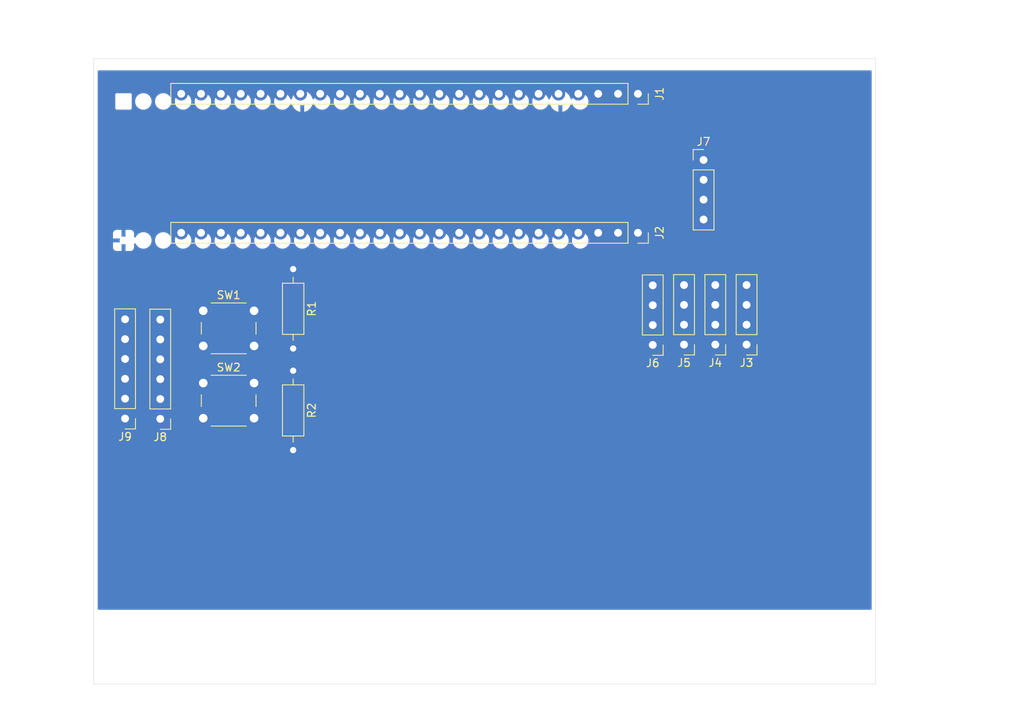
<source format=kicad_pcb>
(kicad_pcb (version 20241229) (generator "pcbnew") (generator_version "9.0")
  (layers (0 "F.Cu" signal) (2 "B.Cu" signal) (13 "F.Paste" user) (15 "B.Paste" user) (5 "F.SilkS" user "F.Silkscreen") (7 "B.SilkS" user "B.Silkscreen") (1 "F.Mask" user) (3 "B.Mask" user) (25 "Edge.Cuts" user))
  (net 0 "")
  (net 1 "/1")
  (net 2 "/8")
  (net 3 "/2")
  (net 4 "/9")
  (net 5 "/5")
  (net 6 "/25")
  (net 7 "GND")
  (net 8 "/4")
  (net 9 "/26")
  (net 10 "+3.3V")
  (net 11 "/11")
  (net 12 "/7")
  (net 13 "/6")
  (net 14 "/0")
  (net 15 "/12")
  (net 16 "/10")
  (net 17 "/13")
  (net 18 "/40")
  (net 19 "+5V")
  (net 20 "/27")
  (net 21 "/28")
  (net 22 "/39")
  (net 23 "/41")
  (net 24 "/S3")
  (net 25 "/S1")
  (net 26 "/S2")
  (net 27 "/S0")
  (net 28 "/Mout")
  (net 29 "/Rout")
  (net 30 "/Aout")
  (net 31 "/Lout")
  (net 32 "/3")
  (net 33 "/CAL_BUTTON")
  (net 34 "/PRES")
  (net 35 "/START_BUTTON")
  (net 36 "/IN2")
  (net 37 "/ENA")
  (net 38 "/Trig")
  (net 39 "/IN4")
  (net 40 "/DATA_2")
  (net 41 "/IN1")
  (net 42 "/Echo")
  (net 43 "/IN3")
  (net 44 "/ENB")
  (net 45 "/DATA_1")
  (footprint "Connector_PinSocket_2.54mm:PinSocket_1x24_P2.54mm_Vertical" (layer "F.Cu") (at 119.6 71.279998 -90)
    (property "Reference" "J2" (at 0 -2.77 90) (layer "F.SilkS"))
    (property "Value" "Teensy-Right")
    (fp_line (start -1.33 59.75) (end 1.33 59.75) (stroke (width 0.12)) (layer "F.SilkS"))
    (fp_line (start -1.33 1.27) (end -1.33 59.75) (stroke (width 0.12)) (layer "F.SilkS"))
    (fp_line (start -1.33 1.27) (end 1.33 1.27) (stroke (width 0.12)) (layer "F.SilkS"))
    (fp_line (start 1.33 1.27) (end 1.33 59.75) (stroke (width 0.12)) (layer "F.SilkS"))
    (fp_line (start 0 -1.33) (end 1.33 -1.33) (stroke (width 0.12)) (layer "F.SilkS"))
    (fp_line (start 1.33 -1.33) (end 1.33 0) (stroke (width 0.12)) (layer "F.SilkS"))
    (pad "1" thru_hole rect (at 0 0 270) (size 1.7 1.7) (drill 1) (layers "*.Cu" "*.Mask") (net 27 "/S0"))
    (pad "2" thru_hole oval (at 0 2.54 270) (size 1.7 1.7) (drill 1) (layers "*.Cu" "*.Mask") (net 25 "/S1"))
    (pad "3" thru_hole oval (at 0 5.08 270) (size 1.7 1.7) (drill 1) (layers "*.Cu" "*.Mask") (net 26 "/S2"))
    (pad "4" thru_hole oval (at 0 7.62 270) (size 1.7 1.7) (drill 1) (layers "*.Cu" "*.Mask") (net 24 "/S3"))
    (pad "5" thru_hole oval (at 0 10.16 270) (size 1.7 1.7) (drill 1) (layers "*.Cu" "*.Mask") (net 38 "/Trig"))
    (pad "6" thru_hole oval (at 0 12.7 270) (size 1.7 1.7) (drill 1) (layers "*.Cu" "*.Mask") (net 42 "/Echo"))
    (pad "7" thru_hole oval (at 0 15.24 270) (size 1.7 1.7) (drill 1) (layers "*.Cu" "*.Mask") (net 22 "/39"))
    (pad "8" thru_hole oval (at 0 17.78 270) (size 1.7 1.7) (drill 1) (layers "*.Cu" "*.Mask") (net 18 "/40"))
    (pad "9" thru_hole oval (at 0 20.32 270) (size 1.7 1.7) (drill 1) (layers "*.Cu" "*.Mask") (net 23 "/41"))
    (pad "10" thru_hole oval (at 0 22.86 270) (size 1.7 1.7) (drill 1) (layers "*.Cu" "*.Mask") (net 7 "GND"))
    (pad "11" thru_hole oval (at 0 25.4 270) (size 1.7 1.7) (drill 1) (layers "*.Cu" "*.Mask") (net 17 "/13"))
    (pad "12" thru_hole oval (at 0 27.94 270) (size 1.7 1.7) (drill 1) (layers "*.Cu" "*.Mask") (net 45 "/DATA_1"))
    (pad "13" thru_hole oval (at 0 30.48 270) (size 1.7 1.7) (drill 1) (layers "*.Cu" "*.Mask") (net 40 "/DATA_2"))
    (pad "14" thru_hole oval (at 0 33.02 270) (size 1.7 1.7) (drill 1) (layers "*.Cu" "*.Mask") (net 37 "/ENA"))
    (pad "15" thru_hole oval (at 0 35.56 270) (size 1.7 1.7) (drill 1) (layers "*.Cu" "*.Mask") (net 44 "/ENB"))
    (pad "16" thru_hole oval (at 0 38.1 270) (size 1.7 1.7) (drill 1) (layers "*.Cu" "*.Mask") (net 41 "/IN1"))
    (pad "17" thru_hole oval (at 0 40.64 270) (size 1.7 1.7) (drill 1) (layers "*.Cu" "*.Mask") (net 36 "/IN2"))
    (pad "18" thru_hole oval (at 0 43.18 270) (size 1.7 1.7) (drill 1) (layers "*.Cu" "*.Mask") (net 43 "/IN3"))
    (pad "19" thru_hole oval (at 0 45.72 270) (size 1.7 1.7) (drill 1) (layers "*.Cu" "*.Mask") (net 39 "/IN4"))
    (pad "20" thru_hole oval (at 0 48.26 270) (size 1.7 1.7) (drill 1) (layers "*.Cu" "*.Mask") (net 35 "/START_BUTTON"))
    (pad "21" thru_hole oval (at 0 50.8 270) (size 1.7 1.7) (drill 1) (layers "*.Cu" "*.Mask") (net 33 "/CAL_BUTTON"))
    (pad "22" thru_hole oval (at 0 53.34 270) (size 1.7 1.7) (drill 1) (layers "*.Cu" "*.Mask") (net 10 "+3.3V"))
    (pad "23" thru_hole oval (at 0 55.88 270) (size 1.7 1.7) (drill 1) (layers "*.Cu" "*.Mask") (net 7 "GND"))
    (pad "24" thru_hole oval (at 0 58.42 270) (size 1.7 1.7) (drill 1) (layers "*.Cu" "*.Mask") (net 19 "+5V"))
  )
  (footprint "Connector_PinHeader_2.54mm:PinHeader_1x04_P2.54mm_Vertical" (layer "F.Cu") (at 129.5 85.58 180)
    (property "Reference" "J4" (at 0 -2.33 0) (layer "F.SilkS"))
    (property "Value" "S3:0 (M)")
    (fp_line (start 1.33 1.27) (end 1.33 8.95) (stroke (width 0.12)) (layer "F.SilkS"))
    (fp_line (start -1.33 8.95) (end 1.33 8.95) (stroke (width 0.12)) (layer "F.SilkS"))
    (fp_line (start -1.33 1.27) (end 1.33 1.27) (stroke (width 0.12)) (layer "F.SilkS"))
    (fp_line (start -1.33 1.27) (end -1.33 8.95) (stroke (width 0.12)) (layer "F.SilkS"))
    (fp_line (start -1.33 0) (end -1.33 -1.33) (stroke (width 0.12)) (layer "F.SilkS"))
    (fp_line (start -1.33 -1.33) (end 0 -1.33) (stroke (width 0.12)) (layer "F.SilkS"))
    (pad "1" thru_hole rect (at 0 0 180) (size 1.7 1.7) (drill 1) (layers "*.Cu" "*.Mask") (net 24 "/S3"))
    (pad "2" thru_hole oval (at 0 2.54 180) (size 1.7 1.7) (drill 1) (layers "*.Cu" "*.Mask") (net 26 "/S2"))
    (pad "3" thru_hole oval (at 0 5.08 180) (size 1.7 1.7) (drill 1) (layers "*.Cu" "*.Mask") (net 25 "/S1"))
    (pad "4" thru_hole oval (at 0 7.62 180) (size 1.7 1.7) (drill 1) (layers "*.Cu" "*.Mask") (net 27 "/S0"))
  )
  (footprint "Connector_PinHeader_2.54mm:PinHeader_1x06_P2.54mm_Vertical" (layer "F.Cu") (at 58.5 95.08 180)
    (property "Reference" "J8" (at 0 -2.33 0) (layer "F.SilkS"))
    (property "Value" "5V")
    (fp_line (start 1.33 1.27) (end 1.33 14.03) (stroke (width 0.12)) (layer "F.SilkS"))
    (fp_line (start -1.33 14.03) (end 1.33 14.03) (stroke (width 0.12)) (layer "F.SilkS"))
    (fp_line (start -1.33 1.27) (end 1.33 1.27) (stroke (width 0.12)) (layer "F.SilkS"))
    (fp_line (start -1.33 1.27) (end -1.33 14.03) (stroke (width 0.12)) (layer "F.SilkS"))
    (fp_line (start -1.33 0) (end -1.33 -1.33) (stroke (width 0.12)) (layer "F.SilkS"))
    (fp_line (start -1.33 -1.33) (end 0 -1.33) (stroke (width 0.12)) (layer "F.SilkS"))
    (pad "1" thru_hole rect (at 0 0 180) (size 1.7 1.7) (drill 1) (layers "*.Cu" "*.Mask") (net 19 "+5V"))
    (pad "2" thru_hole oval (at 0 2.54 180) (size 1.7 1.7) (drill 1) (layers "*.Cu" "*.Mask") (net 19 "+5V"))
    (pad "3" thru_hole oval (at 0 5.08 180) (size 1.7 1.7) (drill 1) (layers "*.Cu" "*.Mask") (net 19 "+5V"))
    (pad "4" thru_hole oval (at 0 7.62 180) (size 1.7 1.7) (drill 1) (layers "*.Cu" "*.Mask") (net 19 "+5V"))
    (pad "5" thru_hole oval (at 0 10.16 180) (size 1.7 1.7) (drill 1) (layers "*.Cu" "*.Mask") (net 19 "+5V"))
    (pad "6" thru_hole oval (at 0 12.7 180) (size 1.7 1.7) (drill 1) (layers "*.Cu" "*.Mask") (net 19 "+5V"))
  )
  (footprint "Connector_PinHeader_2.54mm:PinHeader_1x04_P2.54mm_Vertical" (layer "F.Cu") (at 133.5 85.58 180)
    (property "Reference" "J3" (at 0 -2.33 0) (layer "F.SilkS"))
    (property "Value" "S3:0 (L)")
    (fp_line (start 1.33 1.27) (end 1.33 8.95) (stroke (width 0.12)) (layer "F.SilkS"))
    (fp_line (start -1.33 8.95) (end 1.33 8.95) (stroke (width 0.12)) (layer "F.SilkS"))
    (fp_line (start -1.33 1.27) (end 1.33 1.27) (stroke (width 0.12)) (layer "F.SilkS"))
    (fp_line (start -1.33 1.27) (end -1.33 8.95) (stroke (width 0.12)) (layer "F.SilkS"))
    (fp_line (start -1.33 0) (end -1.33 -1.33) (stroke (width 0.12)) (layer "F.SilkS"))
    (fp_line (start -1.33 -1.33) (end 0 -1.33) (stroke (width 0.12)) (layer "F.SilkS"))
    (pad "1" thru_hole rect (at 0 0 180) (size 1.7 1.7) (drill 1) (layers "*.Cu" "*.Mask") (net 24 "/S3"))
    (pad "2" thru_hole oval (at 0 2.54 180) (size 1.7 1.7) (drill 1) (layers "*.Cu" "*.Mask") (net 26 "/S2"))
    (pad "3" thru_hole oval (at 0 5.08 180) (size 1.7 1.7) (drill 1) (layers "*.Cu" "*.Mask") (net 25 "/S1"))
    (pad "4" thru_hole oval (at 0 7.62 180) (size 1.7 1.7) (drill 1) (layers "*.Cu" "*.Mask") (net 27 "/S0"))
  )
  (footprint "Connector_PinHeader_2.54mm:PinHeader_1x04_P2.54mm_Vertical" (layer "F.Cu") (at 128 61.96)
    (property "Reference" "J7" (at 0 -2.33 0) (layer "F.SilkS"))
    (property "Value" "OUT-ARML")
    (fp_line (start -1.33 -1.33) (end 0 -1.33) (stroke (width 0.12)) (layer "F.SilkS"))
    (fp_line (start -1.33 0) (end -1.33 -1.33) (stroke (width 0.12)) (layer "F.SilkS"))
    (fp_line (start -1.33 1.27) (end -1.33 8.95) (stroke (width 0.12)) (layer "F.SilkS"))
    (fp_line (start -1.33 1.27) (end 1.33 1.27) (stroke (width 0.12)) (layer "F.SilkS"))
    (fp_line (start -1.33 8.95) (end 1.33 8.95) (stroke (width 0.12)) (layer "F.SilkS"))
    (fp_line (start 1.33 1.27) (end 1.33 8.95) (stroke (width 0.12)) (layer "F.SilkS"))
    (pad "1" thru_hole rect (at 0 0) (size 1.7 1.7) (drill 1) (layers "*.Cu" "*.Mask") (net 30 "/Aout"))
    (pad "2" thru_hole oval (at 0 2.54) (size 1.7 1.7) (drill 1) (layers "*.Cu" "*.Mask") (net 29 "/Rout"))
    (pad "3" thru_hole oval (at 0 5.08) (size 1.7 1.7) (drill 1) (layers "*.Cu" "*.Mask") (net 28 "/Mout"))
    (pad "4" thru_hole oval (at 0 7.62) (size 1.7 1.7) (drill 1) (layers "*.Cu" "*.Mask") (net 31 "/Lout"))
  )
  (footprint "Connector_PinSocket_2.54mm:PinSocket_1x24_P2.54mm_Vertical" (layer "F.Cu") (at 119.6 53.499998 -90)
    (property "Reference" "J1" (at 0 -2.77 90) (layer "F.SilkS"))
    (property "Value" "Teensy-Left")
    (fp_line (start -1.33 59.75) (end 1.33 59.75) (stroke (width 0.12)) (layer "F.SilkS"))
    (fp_line (start -1.33 1.27) (end -1.33 59.75) (stroke (width 0.12)) (layer "F.SilkS"))
    (fp_line (start -1.33 1.27) (end 1.33 1.27) (stroke (width 0.12)) (layer "F.SilkS"))
    (fp_line (start 1.33 1.27) (end 1.33 59.75) (stroke (width 0.12)) (layer "F.SilkS"))
    (fp_line (start 0 -1.33) (end 1.33 -1.33) (stroke (width 0.12)) (layer "F.SilkS"))
    (fp_line (start 1.33 -1.33) (end 1.33 0) (stroke (width 0.12)) (layer "F.SilkS"))
    (pad "1" thru_hole rect (at 0 0 270) (size 1.7 1.7) (drill 1) (layers "*.Cu" "*.Mask") (net 7 "GND"))
    (pad "2" thru_hole oval (at 0 2.54 270) (size 1.7 1.7) (drill 1) (layers "*.Cu" "*.Mask") (net 14 "/0"))
    (pad "3" thru_hole oval (at 0 5.08 270) (size 1.7 1.7) (drill 1) (layers "*.Cu" "*.Mask") (net 1 "/1"))
    (pad "4" thru_hole oval (at 0 7.62 270) (size 1.7 1.7) (drill 1) (layers "*.Cu" "*.Mask") (net 3 "/2"))
    (pad "5" thru_hole oval (at 0 10.16 270) (size 1.7 1.7) (drill 1) (layers "*.Cu" "*.Mask") (net 32 "/3"))
    (pad "6" thru_hole oval (at 0 12.7 270) (size 1.7 1.7) (drill 1) (layers "*.Cu" "*.Mask") (net 8 "/4"))
    (pad "7" thru_hole oval (at 0 15.24 270) (size 1.7 1.7) (drill 1) (layers "*.Cu" "*.Mask") (net 5 "/5"))
    (pad "8" thru_hole oval (at 0 17.78 270) (size 1.7 1.7) (drill 1) (layers "*.Cu" "*.Mask") (net 13 "/6"))
    (pad "9" thru_hole oval (at 0 20.32 270) (size 1.7 1.7) (drill 1) (layers "*.Cu" "*.Mask") (net 12 "/7"))
    (pad "10" thru_hole oval (at 0 22.86 270) (size 1.7 1.7) (drill 1) (layers "*.Cu" "*.Mask") (net 2 "/8"))
    (pad "11" thru_hole oval (at 0 25.4 270) (size 1.7 1.7) (drill 1) (layers "*.Cu" "*.Mask") (net 4 "/9"))
    (pad "12" thru_hole oval (at 0 27.94 270) (size 1.7 1.7) (drill 1) (layers "*.Cu" "*.Mask") (net 16 "/10"))
    (pad "13" thru_hole oval (at 0 30.48 270) (size 1.7 1.7) (drill 1) (layers "*.Cu" "*.Mask") (net 11 "/11"))
    (pad "14" thru_hole oval (at 0 33.02 270) (size 1.7 1.7) (drill 1) (layers "*.Cu" "*.Mask") (net 15 "/12"))
    (pad "15" thru_hole oval (at 0 35.56 270) (size 1.7 1.7) (drill 1) (layers "*.Cu" "*.Mask") (net 10 "+3.3V"))
    (pad "16" thru_hole oval (at 0 38.1 270) (size 1.7 1.7) (drill 1) (layers "*.Cu" "*.Mask") (net 34 "/PRES"))
    (pad "17" thru_hole oval (at 0 40.64 270) (size 1.7 1.7) (drill 1) (layers "*.Cu" "*.Mask") (net 6 "/25"))
    (pad "18" thru_hole oval (at 0 43.18 270) (size 1.7 1.7) (drill 1) (layers "*.Cu" "*.Mask") (net 9 "/26"))
    (pad "19" thru_hole oval (at 0 45.72 270) (size 1.7 1.7) (drill 1) (layers "*.Cu" "*.Mask") (net 20 "/27"))
    (pad "20" thru_hole oval (at 0 48.26 270) (size 1.7 1.7) (drill 1) (layers "*.Cu" "*.Mask") (net 21 "/28"))
    (pad "21" thru_hole oval (at 0 50.8 270) (size 1.7 1.7) (drill 1) (layers "*.Cu" "*.Mask") (net 30 "/Aout"))
    (pad "22" thru_hole oval (at 0 53.34 270) (size 1.7 1.7) (drill 1) (layers "*.Cu" "*.Mask") (net 29 "/Rout"))
    (pad "23" thru_hole oval (at 0 55.88 270) (size 1.7 1.7) (drill 1) (layers "*.Cu" "*.Mask") (net 28 "/Mout"))
    (pad "24" thru_hole oval (at 0 58.42 270) (size 1.7 1.7) (drill 1) (layers "*.Cu" "*.Mask") (net 31 "/Lout"))
  )
  (footprint "Connector_PinHeader_2.54mm:PinHeader_1x06_P2.54mm_Vertical" (layer "F.Cu") (at 54 95.04 180)
    (property "Reference" "J9" (at 0 -2.33 0) (layer "F.SilkS"))
    (property "Value" "GND")
    (fp_line (start 1.33 1.27) (end 1.33 14.03) (stroke (width 0.12)) (layer "F.SilkS"))
    (fp_line (start -1.33 14.03) (end 1.33 14.03) (stroke (width 0.12)) (layer "F.SilkS"))
    (fp_line (start -1.33 1.27) (end 1.33 1.27) (stroke (width 0.12)) (layer "F.SilkS"))
    (fp_line (start -1.33 1.27) (end -1.33 14.03) (stroke (width 0.12)) (layer "F.SilkS"))
    (fp_line (start -1.33 0) (end -1.33 -1.33) (stroke (width 0.12)) (layer "F.SilkS"))
    (fp_line (start -1.33 -1.33) (end 0 -1.33) (stroke (width 0.12)) (layer "F.SilkS"))
    (pad "1" thru_hole rect (at 0 0 180) (size 1.7 1.7) (drill 1) (layers "*.Cu" "*.Mask") (net 7 "GND"))
    (pad "2" thru_hole oval (at 0 2.54 180) (size 1.7 1.7) (drill 1) (layers "*.Cu" "*.Mask") (net 7 "GND"))
    (pad "3" thru_hole oval (at 0 5.08 180) (size 1.7 1.7) (drill 1) (layers "*.Cu" "*.Mask") (net 7 "GND"))
    (pad "4" thru_hole oval (at 0 7.62 180) (size 1.7 1.7) (drill 1) (layers "*.Cu" "*.Mask") (net 7 "GND"))
    (pad "5" thru_hole oval (at 0 10.16 180) (size 1.7 1.7) (drill 1) (layers "*.Cu" "*.Mask") (net 7 "GND"))
    (pad "6" thru_hole oval (at 0 12.7 180) (size 1.7 1.7) (drill 1) (layers "*.Cu" "*.Mask") (net 7 "GND"))
  )
  (footprint "Connector_PinHeader_2.54mm:PinHeader_1x04_P2.54mm_Vertical" (layer "F.Cu") (at 121.5 85.62 180)
    (property "Reference" "J6" (at 0 -2.33 0) (layer "F.SilkS"))
    (property "Value" "S3:0 (A)")
    (fp_line (start 1.33 1.27) (end 1.33 8.95) (stroke (width 0.12)) (layer "F.SilkS"))
    (fp_line (start -1.33 8.95) (end 1.33 8.95) (stroke (width 0.12)) (layer "F.SilkS"))
    (fp_line (start -1.33 1.27) (end 1.33 1.27) (stroke (width 0.12)) (layer "F.SilkS"))
    (fp_line (start -1.33 1.27) (end -1.33 8.95) (stroke (width 0.12)) (layer "F.SilkS"))
    (fp_line (start -1.33 0) (end -1.33 -1.33) (stroke (width 0.12)) (layer "F.SilkS"))
    (fp_line (start -1.33 -1.33) (end 0 -1.33) (stroke (width 0.12)) (layer "F.SilkS"))
    (pad "1" thru_hole rect (at 0 0 180) (size 1.7 1.7) (drill 1) (layers "*.Cu" "*.Mask") (net 24 "/S3"))
    (pad "2" thru_hole oval (at 0 2.54 180) (size 1.7 1.7) (drill 1) (layers "*.Cu" "*.Mask") (net 26 "/S2"))
    (pad "3" thru_hole oval (at 0 5.08 180) (size 1.7 1.7) (drill 1) (layers "*.Cu" "*.Mask") (net 25 "/S1"))
    (pad "4" thru_hole oval (at 0 7.62 180) (size 1.7 1.7) (drill 1) (layers "*.Cu" "*.Mask") (net 27 "/S0"))
  )
  (footprint "Connector_PinHeader_2.54mm:PinHeader_1x04_P2.54mm_Vertical" (layer "F.Cu") (at 125.5 85.58 180)
    (property "Reference" "J5" (at 0 -2.33 0) (layer "F.SilkS"))
    (property "Value" "S3:0 (R)")
    (fp_line (start 1.33 1.27) (end 1.33 8.95) (stroke (width 0.12)) (layer "F.SilkS"))
    (fp_line (start -1.33 8.95) (end 1.33 8.95) (stroke (width 0.12)) (layer "F.SilkS"))
    (fp_line (start -1.33 1.27) (end 1.33 1.27) (stroke (width 0.12)) (layer "F.SilkS"))
    (fp_line (start -1.33 1.27) (end -1.33 8.95) (stroke (width 0.12)) (layer "F.SilkS"))
    (fp_line (start -1.33 0) (end -1.33 -1.33) (stroke (width 0.12)) (layer "F.SilkS"))
    (fp_line (start -1.33 -1.33) (end 0 -1.33) (stroke (width 0.12)) (layer "F.SilkS"))
    (pad "1" thru_hole rect (at 0 0 180) (size 1.7 1.7) (drill 1) (layers "*.Cu" "*.Mask") (net 24 "/S3"))
    (pad "2" thru_hole oval (at 0 2.54 180) (size 1.7 1.7) (drill 1) (layers "*.Cu" "*.Mask") (net 26 "/S2"))
    (pad "3" thru_hole oval (at 0 5.08 180) (size 1.7 1.7) (drill 1) (layers "*.Cu" "*.Mask") (net 25 "/S1"))
    (pad "4" thru_hole oval (at 0 7.62 180) (size 1.7 1.7) (drill 1) (layers "*.Cu" "*.Mask") (net 27 "/S0"))
  )
  (footprint "Button_Switch_THT:SW_PUSH_6mm" (layer "F.Cu") (at 64 81.25)
    (property "Reference" "SW1" (at 3.25 -2 0) (layer "F.SilkS"))
    (property "Value" "Start_Button")
    (fp_line (start -0.25 1.5) (end -0.25 3) (stroke (width 0.12)) (layer "F.SilkS"))
    (fp_line (start 1 5.5) (end 5.5 5.5) (stroke (width 0.12)) (layer "F.SilkS"))
    (fp_line (start 5.5 -1) (end 1 -1) (stroke (width 0.12)) (layer "F.SilkS"))
    (fp_line (start 6.75 3) (end 6.75 1.5) (stroke (width 0.12)) (layer "F.SilkS"))
    (pad "1" thru_hole circle (at 0 0 90) (size 2 2) (drill 1.1) (layers "*.Cu" "*.Mask") (net 19 "+5V"))
    (pad "1" thru_hole circle (at 6.5 0 90) (size 2 2) (drill 1.1) (layers "*.Cu" "*.Mask") (net 19 "+5V"))
    (pad "2" thru_hole circle (at 0 4.5 90) (size 2 2) (drill 1.1) (layers "*.Cu" "*.Mask") (net 35 "/START_BUTTON"))
    (pad "2" thru_hole circle (at 6.5 4.5 90) (size 2 2) (drill 1.1) (layers "*.Cu" "*.Mask") (net 35 "/START_BUTTON"))
  )
  (footprint "Resistor_THT:R_Axial_DIN0207_L6.3mm_D2.5mm_P10.16mm_Horizontal" (layer "F.Cu") (at 75.5 88.92 -90)
    (property "Reference" "R2" (at 5.08 -2.37 90) (layer "F.SilkS"))
    (property "Value" "330")
    (fp_line (start 1.81 1.37) (end 8.35 1.37) (stroke (width 0.12)) (layer "F.SilkS"))
    (fp_line (start 8.35 1.37) (end 8.35 -1.37) (stroke (width 0.12)) (layer "F.SilkS"))
    (fp_line (start 1.04 0) (end 1.81 0) (stroke (width 0.12)) (layer "F.SilkS"))
    (fp_line (start 9.12 0) (end 8.35 0) (stroke (width 0.12)) (layer "F.SilkS"))
    (fp_line (start 1.81 -1.37) (end 1.81 1.37) (stroke (width 0.12)) (layer "F.SilkS"))
    (fp_line (start 8.35 -1.37) (end 1.81 -1.37) (stroke (width 0.12)) (layer "F.SilkS"))
    (pad "1" thru_hole circle (at 0 0 270) (size 1.6 1.6) (drill 0.8) (layers "*.Cu" "*.Mask") (net 7 "GND"))
    (pad "2" thru_hole oval (at 10.16 0 270) (size 1.6 1.6) (drill 0.8) (layers "*.Cu" "*.Mask") (net 33 "/CAL_BUTTON"))
  )
  (footprint "Resistor_THT:R_Axial_DIN0207_L6.3mm_D2.5mm_P10.16mm_Horizontal" (layer "F.Cu") (at 75.5 75.92 -90)
    (property "Reference" "R1" (at 5.08 -2.37 90) (layer "F.SilkS"))
    (property "Value" "330")
    (fp_line (start 1.81 1.37) (end 8.35 1.37) (stroke (width 0.12)) (layer "F.SilkS"))
    (fp_line (start 8.35 1.37) (end 8.35 -1.37) (stroke (width 0.12)) (layer "F.SilkS"))
    (fp_line (start 1.04 0) (end 1.81 0) (stroke (width 0.12)) (layer "F.SilkS"))
    (fp_line (start 9.12 0) (end 8.35 0) (stroke (width 0.12)) (layer "F.SilkS"))
    (fp_line (start 1.81 -1.37) (end 1.81 1.37) (stroke (width 0.12)) (layer "F.SilkS"))
    (fp_line (start 8.35 -1.37) (end 1.81 -1.37) (stroke (width 0.12)) (layer "F.SilkS"))
    (pad "1" thru_hole circle (at 0 0 270) (size 1.6 1.6) (drill 0.8) (layers "*.Cu" "*.Mask") (net 7 "GND"))
    (pad "2" thru_hole oval (at 10.16 0 270) (size 1.6 1.6) (drill 0.8) (layers "*.Cu" "*.Mask") (net 35 "/START_BUTTON"))
  )
  (footprint "Button_Switch_THT:SW_PUSH_6mm" (layer "F.Cu") (at 64 90.5)
    (property "Reference" "SW2" (at 3.25 -2 0) (layer "F.SilkS"))
    (property "Value" "Calibration_Button")
    (fp_line (start -0.25 1.5) (end -0.25 3) (stroke (width 0.12)) (layer "F.SilkS"))
    (fp_line (start 1 5.5) (end 5.5 5.5) (stroke (width 0.12)) (layer "F.SilkS"))
    (fp_line (start 5.5 -1) (end 1 -1) (stroke (width 0.12)) (layer "F.SilkS"))
    (fp_line (start 6.75 3) (end 6.75 1.5) (stroke (width 0.12)) (layer "F.SilkS"))
    (pad "1" thru_hole circle (at 0 0 90) (size 2 2) (drill 1.1) (layers "*.Cu" "*.Mask") (net 19 "+5V"))
    (pad "1" thru_hole circle (at 6.5 0 90) (size 2 2) (drill 1.1) (layers "*.Cu" "*.Mask") (net 19 "+5V"))
    (pad "2" thru_hole circle (at 0 4.5 90) (size 2 2) (drill 1.1) (layers "*.Cu" "*.Mask") (net 33 "/CAL_BUTTON"))
    (pad "2" thru_hole circle (at 6.5 4.5 90) (size 2 2) (drill 1.1) (layers "*.Cu" "*.Mask") (net 33 "/CAL_BUTTON"))
  )
  (gr_rect (start 50 49) (end 150 129) (stroke (width 0.05)) (fill no) (layer "Edge.Cuts"))
  (zone (net 7) (net_name "GND") (layer "B.Cu") (name "Ground Plate") (connect_pads (clearance 0)) (min_thickness 0.25) (fill yes (thermal_gap 0.5) (thermal_bridge_width 0.5) (smoothing chamfer) (island_removal_mode 1) (island_area_min 10))
    (polygon (pts (xy 166 42.5) (xy 39.5 41.5) (xy 38 133) (xy 169 131.5)))
  )
)
</source>
